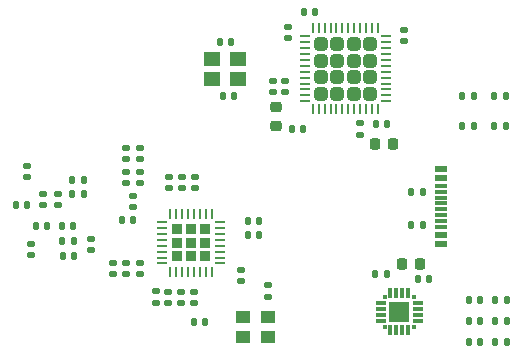
<source format=gbr>
%TF.GenerationSoftware,KiCad,Pcbnew,(6.0.6)*%
%TF.CreationDate,2024-06-26T22:32:41-07:00*%
%TF.ProjectId,rocketBeaconModule,726f636b-6574-4426-9561-636f6e4d6f64,rev?*%
%TF.SameCoordinates,Original*%
%TF.FileFunction,Paste,Top*%
%TF.FilePolarity,Positive*%
%FSLAX46Y46*%
G04 Gerber Fmt 4.6, Leading zero omitted, Abs format (unit mm)*
G04 Created by KiCad (PCBNEW (6.0.6)) date 2024-06-26 22:32:41*
%MOMM*%
%LPD*%
G01*
G04 APERTURE LIST*
G04 Aperture macros list*
%AMRoundRect*
0 Rectangle with rounded corners*
0 $1 Rounding radius*
0 $2 $3 $4 $5 $6 $7 $8 $9 X,Y pos of 4 corners*
0 Add a 4 corners polygon primitive as box body*
4,1,4,$2,$3,$4,$5,$6,$7,$8,$9,$2,$3,0*
0 Add four circle primitives for the rounded corners*
1,1,$1+$1,$2,$3*
1,1,$1+$1,$4,$5*
1,1,$1+$1,$6,$7*
1,1,$1+$1,$8,$9*
0 Add four rect primitives between the rounded corners*
20,1,$1+$1,$2,$3,$4,$5,0*
20,1,$1+$1,$4,$5,$6,$7,0*
20,1,$1+$1,$6,$7,$8,$9,0*
20,1,$1+$1,$8,$9,$2,$3,0*%
G04 Aperture macros list end*
%ADD10RoundRect,0.140000X-0.170000X0.140000X-0.170000X-0.140000X0.170000X-0.140000X0.170000X0.140000X0*%
%ADD11R,0.350000X0.350000*%
%ADD12R,0.900000X0.300000*%
%ADD13R,0.300000X0.900000*%
%ADD14R,1.800000X1.800000*%
%ADD15RoundRect,0.140000X0.170000X-0.140000X0.170000X0.140000X-0.170000X0.140000X-0.170000X-0.140000X0*%
%ADD16RoundRect,0.250000X-0.315000X-0.315000X0.315000X-0.315000X0.315000X0.315000X-0.315000X0.315000X0*%
%ADD17RoundRect,0.062500X-0.375000X-0.062500X0.375000X-0.062500X0.375000X0.062500X-0.375000X0.062500X0*%
%ADD18RoundRect,0.062500X-0.062500X-0.375000X0.062500X-0.375000X0.062500X0.375000X-0.062500X0.375000X0*%
%ADD19RoundRect,0.147500X-0.147500X-0.172500X0.147500X-0.172500X0.147500X0.172500X-0.147500X0.172500X0*%
%ADD20RoundRect,0.140000X-0.140000X-0.170000X0.140000X-0.170000X0.140000X0.170000X-0.140000X0.170000X0*%
%ADD21RoundRect,0.140000X0.140000X0.170000X-0.140000X0.170000X-0.140000X-0.170000X0.140000X-0.170000X0*%
%ADD22RoundRect,0.135000X0.135000X0.185000X-0.135000X0.185000X-0.135000X-0.185000X0.135000X-0.185000X0*%
%ADD23RoundRect,0.218750X-0.256250X0.218750X-0.256250X-0.218750X0.256250X-0.218750X0.256250X0.218750X0*%
%ADD24RoundRect,0.232500X0.232500X0.232500X-0.232500X0.232500X-0.232500X-0.232500X0.232500X-0.232500X0*%
%ADD25RoundRect,0.062500X0.375000X0.062500X-0.375000X0.062500X-0.375000X-0.062500X0.375000X-0.062500X0*%
%ADD26RoundRect,0.062500X0.062500X0.375000X-0.062500X0.375000X-0.062500X-0.375000X0.062500X-0.375000X0*%
%ADD27RoundRect,0.135000X-0.135000X-0.185000X0.135000X-0.185000X0.135000X0.185000X-0.135000X0.185000X0*%
%ADD28R,1.400000X1.200000*%
%ADD29R,1.300000X1.100000*%
%ADD30RoundRect,0.147500X0.147500X0.172500X-0.147500X0.172500X-0.147500X-0.172500X0.147500X-0.172500X0*%
%ADD31R,1.140000X0.600000*%
%ADD32R,1.140000X0.300000*%
%ADD33RoundRect,0.225000X-0.225000X-0.250000X0.225000X-0.250000X0.225000X0.250000X-0.225000X0.250000X0*%
%ADD34RoundRect,0.225000X0.225000X0.250000X-0.225000X0.250000X-0.225000X-0.250000X0.225000X-0.250000X0*%
G04 APERTURE END LIST*
D10*
%TO.C,C18*%
X206822000Y-96504000D03*
X206822000Y-97464000D03*
%TD*%
D11*
%TO.C,U2*%
X221468000Y-101326000D03*
D12*
X221768000Y-100826000D03*
X221768000Y-100326000D03*
X221768000Y-99826000D03*
X221768000Y-99326000D03*
D11*
X221468000Y-98826000D03*
D13*
X220968000Y-98526000D03*
X220468000Y-98526000D03*
X219968000Y-98526000D03*
X219468000Y-98526000D03*
D11*
X218968000Y-98826000D03*
D12*
X218668000Y-99326000D03*
X218668000Y-99826000D03*
X218668000Y-100326000D03*
X218668000Y-100826000D03*
D11*
X218968000Y-101326000D03*
D13*
X219468000Y-101626000D03*
X219968000Y-101626000D03*
X220468000Y-101626000D03*
X220968000Y-101626000D03*
D14*
X220218000Y-100076000D03*
%TD*%
D15*
%TO.C,C26*%
X198272000Y-89214000D03*
X198272000Y-88254000D03*
%TD*%
D16*
%TO.C,U1*%
X216346000Y-77402000D03*
X217746000Y-80202000D03*
X213546000Y-77402000D03*
X216346000Y-80202000D03*
X213546000Y-80202000D03*
X217746000Y-78802000D03*
X216346000Y-81602000D03*
X214946000Y-77402000D03*
X213546000Y-81602000D03*
X214946000Y-78802000D03*
X213546000Y-78802000D03*
X217746000Y-81602000D03*
X216346000Y-78802000D03*
X214946000Y-81602000D03*
X214946000Y-80202000D03*
X217746000Y-77402000D03*
D17*
X212208500Y-76752000D03*
X212208500Y-77252000D03*
X212208500Y-77752000D03*
X212208500Y-78252000D03*
X212208500Y-78752000D03*
X212208500Y-79252000D03*
X212208500Y-79752000D03*
X212208500Y-80252000D03*
X212208500Y-80752000D03*
X212208500Y-81252000D03*
X212208500Y-81752000D03*
X212208500Y-82252000D03*
D18*
X212896000Y-82939500D03*
X213396000Y-82939500D03*
X213896000Y-82939500D03*
X214396000Y-82939500D03*
X214896000Y-82939500D03*
X215396000Y-82939500D03*
X215896000Y-82939500D03*
X216396000Y-82939500D03*
X216896000Y-82939500D03*
X217396000Y-82939500D03*
X217896000Y-82939500D03*
X218396000Y-82939500D03*
D17*
X219083500Y-82252000D03*
X219083500Y-81752000D03*
X219083500Y-81252000D03*
X219083500Y-80752000D03*
X219083500Y-80252000D03*
X219083500Y-79752000D03*
X219083500Y-79252000D03*
X219083500Y-78752000D03*
X219083500Y-78252000D03*
X219083500Y-77752000D03*
X219083500Y-77252000D03*
X219083500Y-76752000D03*
D18*
X218396000Y-76064500D03*
X217896000Y-76064500D03*
X217396000Y-76064500D03*
X216896000Y-76064500D03*
X216396000Y-76064500D03*
X215896000Y-76064500D03*
X215396000Y-76064500D03*
X214896000Y-76064500D03*
X214396000Y-76064500D03*
X213896000Y-76064500D03*
X213396000Y-76064500D03*
X212896000Y-76064500D03*
%TD*%
D19*
%TO.C,D4*%
X226083000Y-100838000D03*
X227053000Y-100838000D03*
%TD*%
D15*
%TO.C,C29*%
X199597000Y-99314000D03*
X199597000Y-98354000D03*
%TD*%
D20*
%TO.C,C32*%
X191717000Y-95384000D03*
X192677000Y-95384000D03*
%TD*%
D15*
%TO.C,C22*%
X197072000Y-87139000D03*
X197072000Y-86179000D03*
%TD*%
D20*
%TO.C,C6*%
X205260000Y-81788000D03*
X206220000Y-81788000D03*
%TD*%
D19*
%TO.C,D2*%
X228242000Y-84328000D03*
X229212000Y-84328000D03*
%TD*%
D10*
%TO.C,C21*%
X198247000Y-95954000D03*
X198247000Y-96914000D03*
%TD*%
%TO.C,C9*%
X216916000Y-84130000D03*
X216916000Y-85090000D03*
%TD*%
D21*
%TO.C,L5*%
X193477000Y-90109000D03*
X192517000Y-90109000D03*
%TD*%
D15*
%TO.C,C19*%
X200697000Y-89614000D03*
X200697000Y-88654000D03*
%TD*%
D22*
%TO.C,R12*%
X219204000Y-96901000D03*
X218184000Y-96901000D03*
%TD*%
D15*
%TO.C,C23*%
X200672000Y-99339000D03*
X200672000Y-98379000D03*
%TD*%
D19*
%TO.C,D5*%
X226083000Y-102616000D03*
X227053000Y-102616000D03*
%TD*%
D15*
%TO.C,C7*%
X210820000Y-76934000D03*
X210820000Y-75974000D03*
%TD*%
D10*
%TO.C,L7*%
X190072000Y-90079000D03*
X190072000Y-91039000D03*
%TD*%
D22*
%TO.C,R6*%
X226570000Y-84328000D03*
X225550000Y-84328000D03*
%TD*%
D10*
%TO.C,C8*%
X220599000Y-76228000D03*
X220599000Y-77188000D03*
%TD*%
D20*
%TO.C,C15*%
X207417000Y-93609000D03*
X208377000Y-93609000D03*
%TD*%
D23*
%TO.C,FB1*%
X209804000Y-82778500D03*
X209804000Y-84353500D03*
%TD*%
D20*
%TO.C,C5*%
X212118000Y-74676000D03*
X213078000Y-74676000D03*
%TD*%
D10*
%TO.C,C24*%
X197097000Y-95954000D03*
X197097000Y-96914000D03*
%TD*%
%TO.C,L2*%
X194122000Y-93904000D03*
X194122000Y-94864000D03*
%TD*%
D24*
%TO.C,U3*%
X201422000Y-94234000D03*
X201422000Y-95384000D03*
X202572000Y-95384000D03*
X203722000Y-95384000D03*
X201422000Y-93084000D03*
X202572000Y-93084000D03*
X203722000Y-94234000D03*
X203722000Y-93084000D03*
X202572000Y-94234000D03*
D25*
X205009500Y-95984000D03*
X205009500Y-95484000D03*
X205009500Y-94984000D03*
X205009500Y-94484000D03*
X205009500Y-93984000D03*
X205009500Y-93484000D03*
X205009500Y-92984000D03*
X205009500Y-92484000D03*
D26*
X204322000Y-91796500D03*
X203822000Y-91796500D03*
X203322000Y-91796500D03*
X202822000Y-91796500D03*
X202322000Y-91796500D03*
X201822000Y-91796500D03*
X201322000Y-91796500D03*
X200822000Y-91796500D03*
D25*
X200134500Y-92484000D03*
X200134500Y-92984000D03*
X200134500Y-93484000D03*
X200134500Y-93984000D03*
X200134500Y-94484000D03*
X200134500Y-94984000D03*
X200134500Y-95484000D03*
X200134500Y-95984000D03*
D26*
X200822000Y-96671500D03*
X201322000Y-96671500D03*
X201822000Y-96671500D03*
X202322000Y-96671500D03*
X202822000Y-96671500D03*
X203322000Y-96671500D03*
X203822000Y-96671500D03*
X204322000Y-96671500D03*
%TD*%
D22*
%TO.C,R10*%
X229364000Y-100838000D03*
X228344000Y-100838000D03*
%TD*%
D19*
%TO.C,D3*%
X228242000Y-81788000D03*
X229212000Y-81788000D03*
%TD*%
D27*
%TO.C,R4*%
X221232000Y-89916000D03*
X222252000Y-89916000D03*
%TD*%
D20*
%TO.C,L6*%
X189417000Y-92784000D03*
X190377000Y-92784000D03*
%TD*%
D15*
%TO.C,C25*%
X202822000Y-99364000D03*
X202822000Y-98404000D03*
%TD*%
D28*
%TO.C,Y1*%
X206586000Y-78652000D03*
X204386000Y-78652000D03*
X204386000Y-80352000D03*
X206586000Y-80352000D03*
%TD*%
D21*
%TO.C,C31*%
X203797000Y-100934000D03*
X202837000Y-100934000D03*
%TD*%
D20*
%TO.C,C34*%
X192517000Y-88959000D03*
X193477000Y-88959000D03*
%TD*%
D15*
%TO.C,C11*%
X209550000Y-81506000D03*
X209550000Y-80546000D03*
%TD*%
D10*
%TO.C,C36*%
X209072000Y-97829000D03*
X209072000Y-98789000D03*
%TD*%
D15*
%TO.C,C28*%
X201747000Y-99364000D03*
X201747000Y-98404000D03*
%TD*%
D22*
%TO.C,R11*%
X229364000Y-102616000D03*
X228344000Y-102616000D03*
%TD*%
D29*
%TO.C,X1*%
X206972000Y-102209000D03*
X209072000Y-102209000D03*
X209072000Y-100559000D03*
X206972000Y-100559000D03*
%TD*%
D21*
%TO.C,C4*%
X219174000Y-84201000D03*
X218214000Y-84201000D03*
%TD*%
D15*
%TO.C,C17*%
X202947000Y-89614000D03*
X202947000Y-88654000D03*
%TD*%
D27*
%TO.C,R5*%
X228344000Y-99060000D03*
X229364000Y-99060000D03*
%TD*%
D20*
%TO.C,C16*%
X207417000Y-92384000D03*
X208377000Y-92384000D03*
%TD*%
D27*
%TO.C,R3*%
X221232000Y-92710000D03*
X222252000Y-92710000D03*
%TD*%
D15*
%TO.C,R9*%
X197097000Y-89214000D03*
X197097000Y-88254000D03*
%TD*%
D22*
%TO.C,R7*%
X226570000Y-81788000D03*
X225550000Y-81788000D03*
%TD*%
D20*
%TO.C,C33*%
X191642000Y-92834000D03*
X192602000Y-92834000D03*
%TD*%
D15*
%TO.C,L3*%
X189072000Y-95264000D03*
X189072000Y-94304000D03*
%TD*%
%TO.C,C37*%
X188697000Y-88664000D03*
X188697000Y-87704000D03*
%TD*%
D20*
%TO.C,C13*%
X221770000Y-97282000D03*
X222730000Y-97282000D03*
%TD*%
D21*
%TO.C,L4*%
X192652000Y-94109000D03*
X191692000Y-94109000D03*
%TD*%
D15*
%TO.C,C10*%
X210566000Y-81506000D03*
X210566000Y-80546000D03*
%TD*%
D20*
%TO.C,C30*%
X196742000Y-92309000D03*
X197702000Y-92309000D03*
%TD*%
D30*
%TO.C,D1*%
X227053000Y-99060000D03*
X226083000Y-99060000D03*
%TD*%
D15*
%TO.C,C35*%
X191297000Y-91064000D03*
X191297000Y-90104000D03*
%TD*%
D21*
%TO.C,L8*%
X188702000Y-91034000D03*
X187742000Y-91034000D03*
%TD*%
%TO.C,C3*%
X205966000Y-77216000D03*
X205006000Y-77216000D03*
%TD*%
D20*
%TO.C,C12*%
X211102000Y-84582000D03*
X212062000Y-84582000D03*
%TD*%
D15*
%TO.C,C20*%
X195947000Y-96914000D03*
X195947000Y-95954000D03*
%TD*%
D31*
%TO.C,J1*%
X223734500Y-94358000D03*
X223734500Y-93558000D03*
D32*
X223734500Y-92408000D03*
X223734500Y-91408000D03*
X223734500Y-90908000D03*
X223734500Y-89908000D03*
D31*
X223734500Y-87958000D03*
X223734500Y-88758000D03*
D32*
X223734500Y-89408000D03*
X223734500Y-90408000D03*
X223734500Y-91908000D03*
X223734500Y-92908000D03*
%TD*%
D33*
%TO.C,C1*%
X220459000Y-96012000D03*
X222009000Y-96012000D03*
%TD*%
D15*
%TO.C,R8*%
X201822000Y-89614000D03*
X201822000Y-88654000D03*
%TD*%
D34*
%TO.C,C2*%
X219723000Y-85852000D03*
X218173000Y-85852000D03*
%TD*%
D10*
%TO.C,L1*%
X197672000Y-90279000D03*
X197672000Y-91239000D03*
%TD*%
D15*
%TO.C,C27*%
X198297000Y-87139000D03*
X198297000Y-86179000D03*
%TD*%
M02*

</source>
